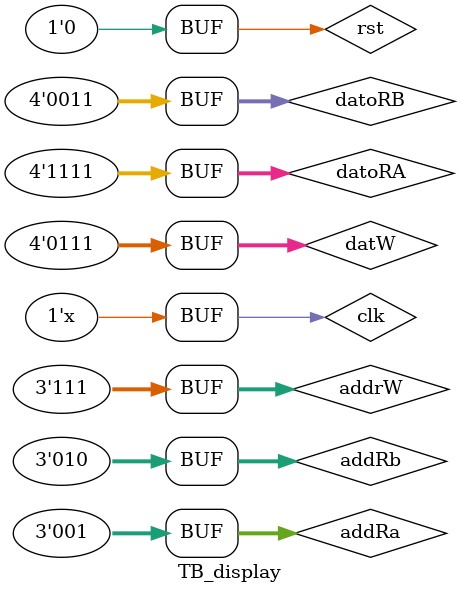
<source format=v>
`timescale 1ps/1ps

module TB_display;
	
	reg [3:0] datoRA;   // 4 bits salida registro A (1 display)
	reg [3:0] datoRB;   // 4 bits salida registro B (1 display)
	reg [2:0] addRa; 	// 4 bits dirección registro A (1 display)
	reg [2:0] addRb;    // 4 bits dirección registro B (1 display)
	reg [2:0] addrW;    // Dirección de escritura
	reg [3:0] datW;     // Dato a escribir
    reg clk;
	reg rst;

    wire [0:6] sseg;   	// Salida 7 segmentos
    wire [5:0] an; 	 	// Habilita 6 display
	wire led; 			// LED indicador de frecuencia	

   display dsps( datoRA, datoRB, addRa, addRb, addrW,
                     datW, clk, rst, sseg, an, led );
    
    initial begin
        clk = 0;
		rst = 1;
		#250 rst = 0;
		
		addRa = 1; datoRA = 15;
		addRb = 2; datoRB = 3;
		addrW = 7; datW = 7;

    end
	 always #1 clk = ~clk;
endmodule

</source>
